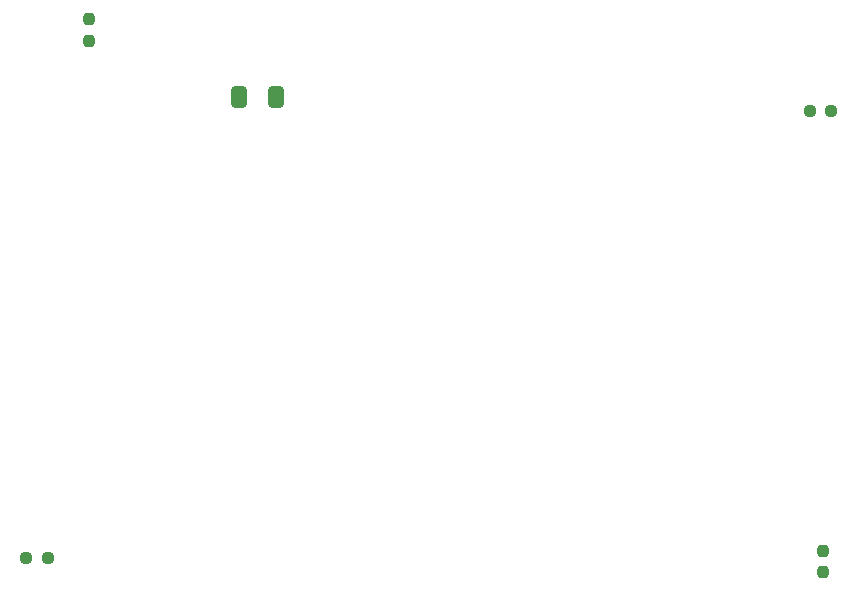
<source format=gtp>
G04 #@! TF.GenerationSoftware,KiCad,Pcbnew,7.0.5-4d25ed1034~172~ubuntu22.04.1*
G04 #@! TF.CreationDate,2023-06-04T17:51:52+03:00*
G04 #@! TF.ProjectId,STM32L475daughter,53544d33-324c-4343-9735-646175676874,rev?*
G04 #@! TF.SameCoordinates,Original*
G04 #@! TF.FileFunction,Paste,Top*
G04 #@! TF.FilePolarity,Positive*
%FSLAX46Y46*%
G04 Gerber Fmt 4.6, Leading zero omitted, Abs format (unit mm)*
G04 Created by KiCad (PCBNEW 7.0.5-4d25ed1034~172~ubuntu22.04.1) date 2023-06-04 17:51:52*
%MOMM*%
%LPD*%
G01*
G04 APERTURE LIST*
G04 Aperture macros list*
%AMRoundRect*
0 Rectangle with rounded corners*
0 $1 Rounding radius*
0 $2 $3 $4 $5 $6 $7 $8 $9 X,Y pos of 4 corners*
0 Add a 4 corners polygon primitive as box body*
4,1,4,$2,$3,$4,$5,$6,$7,$8,$9,$2,$3,0*
0 Add four circle primitives for the rounded corners*
1,1,$1+$1,$2,$3*
1,1,$1+$1,$4,$5*
1,1,$1+$1,$6,$7*
1,1,$1+$1,$8,$9*
0 Add four rect primitives between the rounded corners*
20,1,$1+$1,$2,$3,$4,$5,0*
20,1,$1+$1,$4,$5,$6,$7,0*
20,1,$1+$1,$6,$7,$8,$9,0*
20,1,$1+$1,$8,$9,$2,$3,0*%
G04 Aperture macros list end*
%ADD10RoundRect,0.250000X-0.412500X-0.650000X0.412500X-0.650000X0.412500X0.650000X-0.412500X0.650000X0*%
%ADD11RoundRect,0.237500X-0.237500X0.250000X-0.237500X-0.250000X0.237500X-0.250000X0.237500X0.250000X0*%
%ADD12RoundRect,0.237500X-0.250000X-0.237500X0.250000X-0.237500X0.250000X0.237500X-0.250000X0.237500X0*%
G04 APERTURE END LIST*
D10*
X88287500Y-57325000D03*
X91412500Y-57325000D03*
D11*
X137700000Y-95712500D03*
X137700000Y-97537500D03*
D12*
X136575000Y-58525000D03*
X138400000Y-58525000D03*
D11*
X75550000Y-50725000D03*
X75550000Y-52550000D03*
D12*
X70237500Y-96325000D03*
X72062500Y-96325000D03*
M02*

</source>
